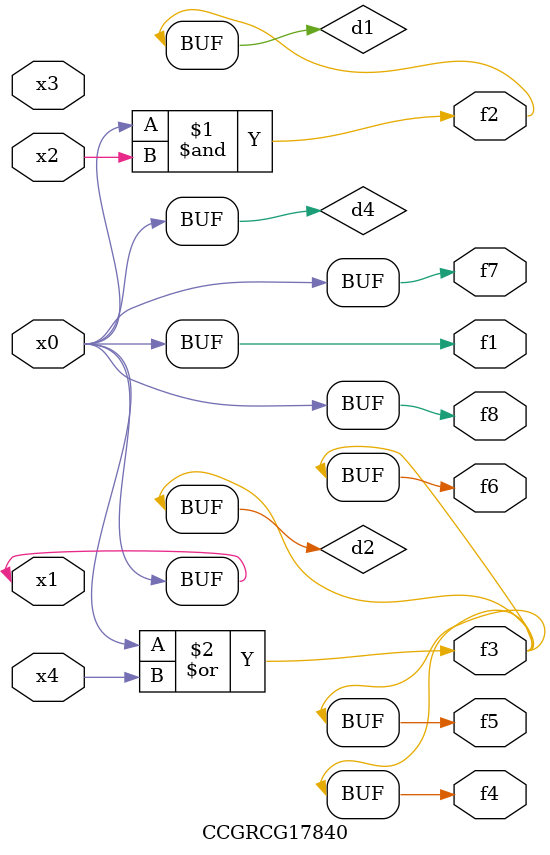
<source format=v>
module CCGRCG17840(
	input x0, x1, x2, x3, x4,
	output f1, f2, f3, f4, f5, f6, f7, f8
);

	wire d1, d2, d3, d4;

	and (d1, x0, x2);
	or (d2, x0, x4);
	nand (d3, x0, x2);
	buf (d4, x0, x1);
	assign f1 = d4;
	assign f2 = d1;
	assign f3 = d2;
	assign f4 = d2;
	assign f5 = d2;
	assign f6 = d2;
	assign f7 = d4;
	assign f8 = d4;
endmodule

</source>
